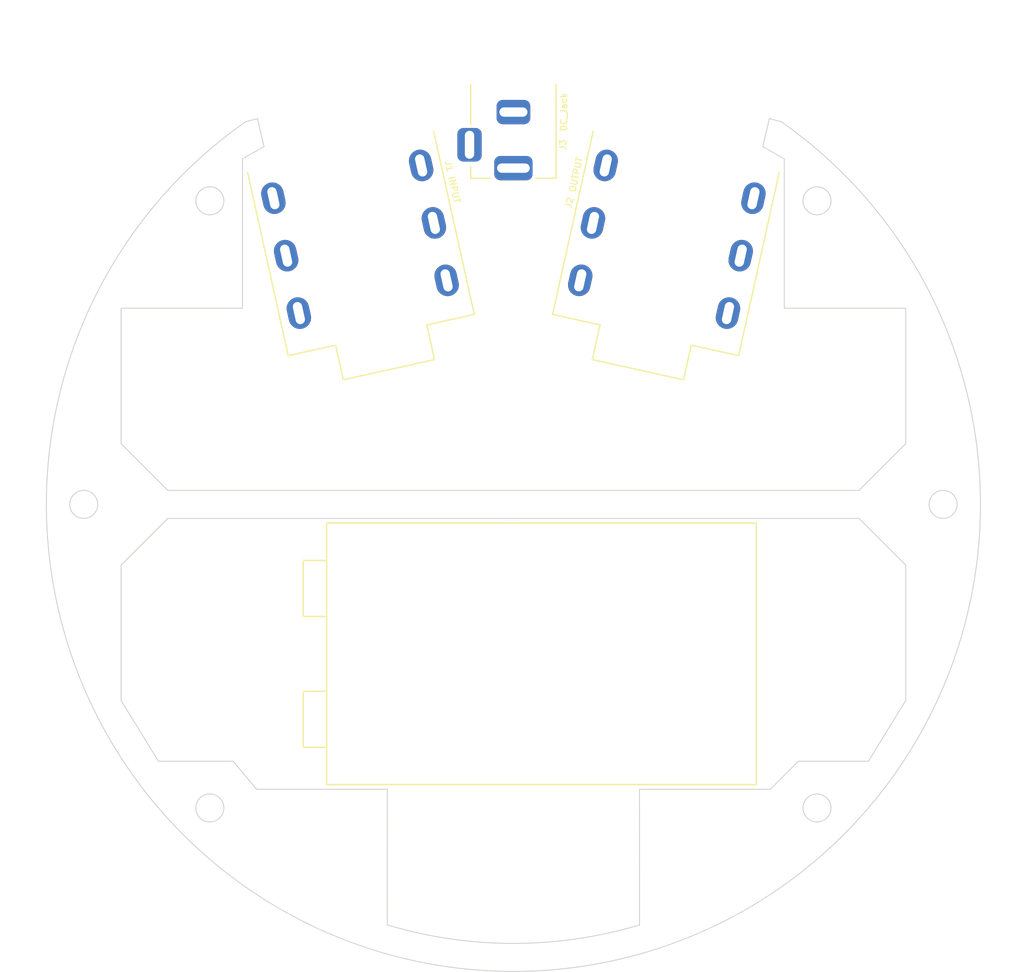
<source format=kicad_pcb>
(kicad_pcb (version 20171130) (host pcbnew "(5.1.6)-1")

  (general
    (thickness 1.6)
    (drawings 124)
    (tracks 0)
    (zones 0)
    (modules 3)
    (nets 12)
  )

  (page A4)
  (layers
    (0 F.Cu signal)
    (31 B.Cu signal)
    (32 B.Adhes user)
    (33 F.Adhes user)
    (34 B.Paste user)
    (35 F.Paste user)
    (36 B.SilkS user)
    (37 F.SilkS user)
    (38 B.Mask user)
    (39 F.Mask user)
    (40 Dwgs.User user)
    (41 Cmts.User user)
    (42 Eco1.User user)
    (43 Eco2.User user)
    (44 Edge.Cuts user)
    (45 Margin user)
    (46 B.CrtYd user)
    (47 F.CrtYd user)
    (48 B.Fab user)
    (49 F.Fab user)
  )

  (setup
    (last_trace_width 0.25)
    (user_trace_width 0.3)
    (user_trace_width 0.4)
    (user_trace_width 0.5)
    (user_trace_width 0.75)
    (user_trace_width 1)
    (user_trace_width 1.5)
    (user_trace_width 2)
    (user_trace_width 0.3)
    (user_trace_width 0.4)
    (user_trace_width 0.5)
    (user_trace_width 0.75)
    (user_trace_width 1)
    (user_trace_width 2)
    (user_trace_width 3)
    (user_trace_width 0.3)
    (user_trace_width 0.4)
    (user_trace_width 0.5)
    (user_trace_width 0.75)
    (user_trace_width 1)
    (user_trace_width 2)
    (user_trace_width 3)
    (user_trace_width 0.3)
    (user_trace_width 0.4)
    (user_trace_width 0.5)
    (user_trace_width 0.75)
    (user_trace_width 1)
    (user_trace_width 2)
    (user_trace_width 3)
    (user_trace_width 0.3)
    (user_trace_width 0.4)
    (user_trace_width 0.5)
    (user_trace_width 0.75)
    (user_trace_width 1)
    (user_trace_width 2)
    (user_trace_width 3)
    (user_trace_width 0.3)
    (user_trace_width 0.4)
    (user_trace_width 0.5)
    (user_trace_width 0.75)
    (user_trace_width 1)
    (user_trace_width 2)
    (user_trace_width 3)
    (user_trace_width 0.3)
    (user_trace_width 0.4)
    (user_trace_width 0.5)
    (user_trace_width 0.75)
    (user_trace_width 1)
    (user_trace_width 2)
    (user_trace_width 3)
    (user_trace_width 0.3)
    (user_trace_width 0.4)
    (user_trace_width 0.5)
    (user_trace_width 0.75)
    (user_trace_width 1)
    (user_trace_width 2)
    (user_trace_width 3)
    (user_trace_width 0.3)
    (user_trace_width 0.4)
    (user_trace_width 0.5)
    (user_trace_width 0.75)
    (user_trace_width 1)
    (user_trace_width 2)
    (user_trace_width 3)
    (user_trace_width 0.3)
    (user_trace_width 0.4)
    (user_trace_width 0.5)
    (user_trace_width 0.75)
    (user_trace_width 1)
    (user_trace_width 2)
    (user_trace_width 3)
    (user_trace_width 0.3)
    (user_trace_width 0.4)
    (user_trace_width 0.5)
    (user_trace_width 0.75)
    (user_trace_width 1)
    (user_trace_width 2)
    (user_trace_width 3)
    (user_trace_width 0.3)
    (user_trace_width 0.4)
    (user_trace_width 0.5)
    (user_trace_width 0.75)
    (user_trace_width 1)
    (user_trace_width 2)
    (user_trace_width 3)
    (user_trace_width 0.3)
    (user_trace_width 0.4)
    (user_trace_width 0.5)
    (user_trace_width 0.75)
    (user_trace_width 1)
    (user_trace_width 2)
    (user_trace_width 3)
    (user_trace_width 0.3)
    (user_trace_width 0.4)
    (user_trace_width 0.5)
    (user_trace_width 0.75)
    (user_trace_width 1)
    (user_trace_width 2)
    (user_trace_width 3)
    (user_trace_width 0.3)
    (user_trace_width 0.4)
    (user_trace_width 0.5)
    (user_trace_width 0.75)
    (user_trace_width 1)
    (user_trace_width 2)
    (user_trace_width 3)
    (user_trace_width 0.3)
    (user_trace_width 0.4)
    (user_trace_width 0.5)
    (user_trace_width 0.75)
    (user_trace_width 1)
    (user_trace_width 2)
    (user_trace_width 3)
    (user_trace_width 0.3)
    (user_trace_width 0.4)
    (user_trace_width 0.5)
    (user_trace_width 0.75)
    (user_trace_width 1)
    (user_trace_width 2)
    (user_trace_width 3)
    (user_trace_width 0.3)
    (user_trace_width 0.4)
    (user_trace_width 0.5)
    (user_trace_width 0.75)
    (user_trace_width 1)
    (user_trace_width 2)
    (user_trace_width 3)
    (user_trace_width 0.3)
    (user_trace_width 0.4)
    (user_trace_width 0.5)
    (user_trace_width 0.75)
    (user_trace_width 1)
    (user_trace_width 2)
    (user_trace_width 3)
    (user_trace_width 0.3)
    (user_trace_width 0.4)
    (user_trace_width 0.5)
    (user_trace_width 0.75)
    (user_trace_width 1)
    (user_trace_width 2)
    (user_trace_width 3)
    (user_trace_width 0.3)
    (user_trace_width 0.4)
    (user_trace_width 0.5)
    (user_trace_width 0.75)
    (user_trace_width 1)
    (user_trace_width 2)
    (user_trace_width 3)
    (user_trace_width 0.3)
    (user_trace_width 0.4)
    (user_trace_width 0.5)
    (user_trace_width 0.75)
    (user_trace_width 1)
    (user_trace_width 2)
    (user_trace_width 3)
    (user_trace_width 0.3)
    (user_trace_width 0.4)
    (user_trace_width 0.5)
    (user_trace_width 0.75)
    (user_trace_width 1)
    (user_trace_width 2)
    (user_trace_width 3)
    (user_trace_width 0.3)
    (user_trace_width 0.4)
    (user_trace_width 0.5)
    (user_trace_width 0.75)
    (user_trace_width 1)
    (user_trace_width 2)
    (user_trace_width 3)
    (user_trace_width 0.3)
    (user_trace_width 0.4)
    (user_trace_width 0.5)
    (user_trace_width 0.75)
    (user_trace_width 1)
    (user_trace_width 2)
    (user_trace_width 3)
    (user_trace_width 0.3)
    (user_trace_width 0.4)
    (user_trace_width 0.5)
    (user_trace_width 0.75)
    (user_trace_width 1)
    (user_trace_width 2)
    (user_trace_width 3)
    (user_trace_width 0.3)
    (user_trace_width 0.4)
    (user_trace_width 0.5)
    (user_trace_width 0.75)
    (user_trace_width 1)
    (user_trace_width 2)
    (user_trace_width 3)
    (user_trace_width 0.3)
    (user_trace_width 0.4)
    (user_trace_width 0.5)
    (user_trace_width 0.75)
    (user_trace_width 1)
    (user_trace_width 2)
    (user_trace_width 3)
    (user_trace_width 0.3)
    (user_trace_width 0.4)
    (user_trace_width 0.5)
    (user_trace_width 0.75)
    (user_trace_width 1)
    (user_trace_width 2)
    (user_trace_width 3)
    (trace_clearance 0.2)
    (zone_clearance 0.5)
    (zone_45_only yes)
    (trace_min 0.16)
    (via_size 0.8)
    (via_drill 0.4)
    (via_min_size 0.4)
    (via_min_drill 0.3)
    (user_via 0.65 0.3)
    (user_via 0.65 0.3)
    (user_via 0.65 0.3)
    (user_via 0.65 0.3)
    (user_via 0.65 0.3)
    (user_via 0.65 0.3)
    (user_via 0.65 0.3)
    (user_via 0.65 0.3)
    (user_via 0.65 0.3)
    (user_via 0.65 0.3)
    (user_via 0.65 0.3)
    (user_via 0.65 0.3)
    (user_via 0.65 0.3)
    (user_via 0.65 0.3)
    (user_via 0.65 0.3)
    (user_via 0.65 0.3)
    (user_via 0.65 0.3)
    (user_via 0.65 0.3)
    (user_via 0.65 0.3)
    (user_via 0.65 0.3)
    (user_via 0.65 0.3)
    (user_via 0.65 0.3)
    (user_via 0.65 0.3)
    (user_via 0.65 0.3)
    (user_via 0.65 0.3)
    (user_via 0.65 0.3)
    (user_via 0.65 0.3)
    (user_via 0.65 0.3)
    (uvia_size 0.3)
    (uvia_drill 0.1)
    (uvias_allowed no)
    (uvia_min_size 0.2)
    (uvia_min_drill 0.1)
    (edge_width 0.1)
    (segment_width 0.2)
    (pcb_text_width 0.3)
    (pcb_text_size 1.5 1.5)
    (mod_edge_width 0.15)
    (mod_text_size 1 1)
    (mod_text_width 0.15)
    (pad_size 5.5 5.5)
    (pad_drill 3.2)
    (pad_to_mask_clearance 0.05)
    (aux_axis_origin 100 50)
    (grid_origin 100 50)
    (visible_elements 7FFFFFFF)
    (pcbplotparams
      (layerselection 0x01000_7ffffffe)
      (usegerberextensions false)
      (usegerberattributes false)
      (usegerberadvancedattributes false)
      (creategerberjobfile false)
      (excludeedgelayer true)
      (linewidth 0.100000)
      (plotframeref false)
      (viasonmask false)
      (mode 1)
      (useauxorigin true)
      (hpglpennumber 1)
      (hpglpenspeed 20)
      (hpglpendiameter 15.000000)
      (psnegative false)
      (psa4output false)
      (plotreference true)
      (plotvalue true)
      (plotinvisibletext false)
      (padsonsilk false)
      (subtractmaskfromsilk true)
      (outputformat 3)
      (mirror false)
      (drillshape 0)
      (scaleselection 1)
      (outputdirectory "5_6_frame_Acryl3mm/"))
  )

  (net 0 "")
  (net 1 "Net-(BT1-Pad1)")
  (net 2 /BATT-)
  (net 3 GND)
  (net 4 +9V)
  (net 5 "Net-(J1-PadT)")
  (net 6 "Net-(J1-PadRN)")
  (net 7 "Net-(J2-PadSN)")
  (net 8 "Net-(J2-PadRN)")
  (net 9 "Net-(J2-PadR)")
  (net 10 "Net-(J2-PadT)")
  (net 11 "Net-(J2-PadTN)")

  (net_class Default "これはデフォルトのネット クラスです。"
    (clearance 0.2)
    (trace_width 0.25)
    (via_dia 0.8)
    (via_drill 0.4)
    (uvia_dia 0.3)
    (uvia_drill 0.1)
    (add_net +9V)
    (add_net /BATT-)
    (add_net GND)
    (add_net "Net-(BT1-Pad1)")
    (add_net "Net-(J1-PadRN)")
    (add_net "Net-(J1-PadT)")
    (add_net "Net-(J2-PadR)")
    (add_net "Net-(J2-PadRN)")
    (add_net "Net-(J2-PadSN)")
    (add_net "Net-(J2-PadT)")
    (add_net "Net-(J2-PadTN)")
  )

  (module myFoot:my_Phone_Jack_Daier locked (layer F.Cu) (tedit 5F1C2CA9) (tstamp 5F1C8B7C)
    (at 131 60 282.5)
    (descr "DC Barrel Jack")
    (tags "Power Jack")
    (path /5F23BE2D)
    (fp_text reference J1 (at 6.328844 -10.990711 102.5) (layer F.SilkS)
      (effects (font (size 0.67 0.67) (thickness 0.127)))
    )
    (fp_text value INPUT (at 8.9 -11 102.5) (layer F.SilkS)
      (effects (font (size 0.67 0.67) (thickness 0.127)))
    )
    (fp_line (start 2.3 -10.2) (end 22.4 -10.2) (layer F.SilkS) (width 0.15))
    (fp_line (start 26.2 -5) (end 26.2 0) (layer F.SilkS) (width 0.15))
    (fp_line (start 26.2 0) (end 26.2 5) (layer F.SilkS) (width 0.15))
    (fp_line (start 22.4 10.2) (end 2.3 10.2) (layer F.SilkS) (width 0.15))
    (fp_line (start 26.2 -5) (end 22.4 -5) (layer F.SilkS) (width 0.15))
    (fp_line (start 22.4 -5) (end 22.4 -10.2) (layer F.SilkS) (width 0.15))
    (fp_line (start 26.2 5) (end 22.4 5) (layer F.SilkS) (width 0.15))
    (fp_line (start 22.4 5) (end 22.4 10.2) (layer F.SilkS) (width 0.15))
    (fp_line (start 1.4 5.5) (end -7.2 5.5) (layer F.Fab) (width 0.12))
    (fp_line (start -7.2 5.5) (end -7.2 -5.5) (layer F.Fab) (width 0.12))
    (fp_line (start -7.2 -5.5) (end 1.4 -5.5) (layer F.Fab) (width 0.12))
    (fp_line (start 0 7.9) (end 0 -7.9) (layer F.Fab) (width 0.12))
    (fp_line (start 1.4 -10.2) (end 2.1 -10.2) (layer F.Fab) (width 0.12))
    (fp_line (start 2.1 10.2) (end 1.4 10.2) (layer F.Fab) (width 0.12))
    (fp_line (start 1.4 0) (end 1.4 -10.2) (layer F.Fab) (width 0.12))
    (fp_line (start 1.4 -7.9) (end 0 -7.9) (layer F.Fab) (width 0.12))
    (fp_line (start 1.4 10.2) (end 1.4 0) (layer F.Fab) (width 0.12))
    (fp_line (start -3 7.9) (end 1.4 7.9) (layer F.Fab) (width 0.12))
    (fp_line (start -1 -7.9) (end -1 -7.4) (layer F.Fab) (width 0.12))
    (fp_line (start -3 -7.9) (end 0 -7.9) (layer F.Fab) (width 0.12))
    (fp_line (start -2 -7.4) (end -2 -7.9) (layer F.Fab) (width 0.12))
    (fp_line (start -3 -7.9) (end -3 7.9) (layer F.Fab) (width 0.12))
    (fp_line (start -2 7.9) (end -2 7.4) (layer F.Fab) (width 0.12))
    (fp_line (start -1 7.4) (end -1 7.9) (layer F.Fab) (width 0.12))
    (pad TN thru_hole oval (at 18.2 -8.1 282.5) (size 3.4 2.4) (drill oval 2.4 1) (layers *.Cu *.Mask)
      (net 3 GND))
    (pad T thru_hole oval (at 18.2 8.1 282.5) (size 3.4 2.4) (drill oval 2.4 1) (layers *.Cu *.Mask)
      (net 5 "Net-(J1-PadT)"))
    (pad R thru_hole oval (at 11.9 8.1 282.5) (size 3.4 2.4) (drill oval 2.4 1) (layers *.Cu *.Mask)
      (net 2 /BATT-))
    (pad S thru_hole oval (at 5.6 8.1 282.5) (size 3.4 2.4) (drill oval 2.4 1) (layers *.Cu *.Mask)
      (net 3 GND))
    (pad RN thru_hole oval (at 11.9 -8.1 282.5) (size 3.4 2.4) (drill oval 2.4 1) (layers *.Cu *.Mask)
      (net 6 "Net-(J1-PadRN)"))
    (pad SN thru_hole oval (at 5.6 -8.1 282.5) (size 3.4 2.4) (drill oval 2.4 1) (layers *.Cu *.Mask)
      (net 3 GND))
    (model ${KISYS3DMOD}/Connector_BarrelJack.3dshapes/BarrelJack_Horizontal.wrl
      (at (xyz 0 0 0))
      (scale (xyz 1 1 1))
      (rotate (xyz 0 0 0))
    )
  )

  (module myFoot:my_DC_Jack locked (layer F.Cu) (tedit 5EF2A8E3) (tstamp 5F0E0A8C)
    (at 150 50.5 270)
    (descr "DC Barrel Jack")
    (tags "Power Jack")
    (path /5F23AB58)
    (fp_text reference J3 (at 11 -5.3 90) (layer F.SilkS)
      (effects (font (size 0.67 0.67) (thickness 0.127)))
    )
    (fp_text value DC_Jack (at 7.5 -5.4 90) (layer F.SilkS)
      (effects (font (size 0.67 0.67) (thickness 0.127)))
    )
    (fp_line (start 8.8 4.572) (end 4.54 4.572) (layer F.SilkS) (width 0.15))
    (fp_line (start 14.589 4.572) (end 13.3 4.572) (layer F.SilkS) (width 0.15))
    (fp_line (start 14.589 2.4) (end 14.589 4.572) (layer F.SilkS) (width 0.15))
    (fp_line (start 14.589 -4.572) (end 14.589 -2.4) (layer F.SilkS) (width 0.15))
    (fp_line (start 4.54 -4.572) (end 14.589 -4.572) (layer F.SilkS) (width 0.15))
    (fp_line (start 14.5 -4.5) (end 0 -4.5) (layer F.Fab) (width 0.1))
    (fp_line (start 14.5 4.55) (end 14.5 -4.5) (layer F.Fab) (width 0.1))
    (fp_line (start 0 4.5) (end 14.5 4.55) (layer F.Fab) (width 0.1))
    (fp_line (start 0 -4.5) (end 0 4.5) (layer F.Fab) (width 0.1))
    (fp_line (start 3.5 -4.5) (end 3.5 4.5) (layer F.Fab) (width 0.1))
    (fp_line (start -0.3 4.75) (end -0.3 -4.75) (layer F.CrtYd) (width 0.05))
    (fp_line (start 8.8 4.75) (end -0.3 4.75) (layer F.CrtYd) (width 0.05))
    (fp_line (start 8.8 6.3) (end 8.8 4.75) (layer F.CrtYd) (width 0.05))
    (fp_line (start 13.2 6.3) (end 8.8 6.3) (layer F.CrtYd) (width 0.05))
    (fp_line (start 13.2 4.75) (end 13.2 6.3) (layer F.CrtYd) (width 0.05))
    (fp_line (start 14.7 4.75) (end 13.2 4.75) (layer F.CrtYd) (width 0.05))
    (fp_line (start 14.7 2) (end 14.7 4.75) (layer F.CrtYd) (width 0.05))
    (fp_line (start 15 2) (end 14.7 2) (layer F.CrtYd) (width 0.05))
    (fp_line (start 15 -2) (end 15 2) (layer F.CrtYd) (width 0.05))
    (fp_line (start 14.7 -2) (end 15 -2) (layer F.CrtYd) (width 0.05))
    (fp_line (start 14.7 -4.5) (end 14.7 -2) (layer F.CrtYd) (width 0.05))
    (fp_line (start 14.7 -4.75) (end -0.3 -4.75) (layer F.CrtYd) (width 0.05))
    (fp_line (start 14.7 -4.5) (end 14.7 -4.75) (layer F.CrtYd) (width 0.05))
    (pad 3 thru_hole roundrect (at 11 4.7 270) (size 3.6 2.6) (drill oval 3 1) (layers *.Cu *.Mask) (roundrect_rratio 0.25)
      (net 1 "Net-(BT1-Pad1)"))
    (pad 2 thru_hole roundrect (at 7.5 0 270) (size 2.6 3.6) (drill oval 1 3) (layers *.Cu *.Mask) (roundrect_rratio 0.25)
      (net 4 +9V))
    (pad 1 thru_hole roundrect (at 13.5 0 270) (size 2.6 4.1) (drill oval 1 3.5) (layers *.Cu *.Mask) (roundrect_rratio 0.25)
      (net 3 GND))
    (model ${KISYS3DMOD}/Connector_BarrelJack.3dshapes/BarrelJack_Horizontal.wrl
      (at (xyz 0 0 0))
      (scale (xyz 1 1 1))
      (rotate (xyz 0 0 0))
    )
  )

  (module myFoot:my_Phone_Jack_Daier locked (layer F.Cu) (tedit 5F1C2CA9) (tstamp 5F1C8B9D)
    (at 169 60 257.5)
    (descr "DC Barrel Jack")
    (tags "Power Jack")
    (path /5F23D38A)
    (fp_text reference J2 (at 10.331194 11.025263 77.5) (layer F.SilkS)
      (effects (font (size 0.67 0.67) (thickness 0.127)))
    )
    (fp_text value OUTPUT (at 7.250798 10.991175 77.5) (layer F.SilkS)
      (effects (font (size 0.67 0.67) (thickness 0.127)))
    )
    (fp_line (start 2.3 -10.2) (end 22.4 -10.2) (layer F.SilkS) (width 0.15))
    (fp_line (start 26.2 -5) (end 26.2 0) (layer F.SilkS) (width 0.15))
    (fp_line (start 26.2 0) (end 26.2 5) (layer F.SilkS) (width 0.15))
    (fp_line (start 22.4 10.2) (end 2.3 10.2) (layer F.SilkS) (width 0.15))
    (fp_line (start 26.2 -5) (end 22.4 -5) (layer F.SilkS) (width 0.15))
    (fp_line (start 22.4 -5) (end 22.4 -10.2) (layer F.SilkS) (width 0.15))
    (fp_line (start 26.2 5) (end 22.4 5) (layer F.SilkS) (width 0.15))
    (fp_line (start 22.4 5) (end 22.4 10.2) (layer F.SilkS) (width 0.15))
    (fp_line (start 1.4 5.5) (end -7.2 5.5) (layer F.Fab) (width 0.12))
    (fp_line (start -7.2 5.5) (end -7.2 -5.5) (layer F.Fab) (width 0.12))
    (fp_line (start -7.2 -5.5) (end 1.4 -5.5) (layer F.Fab) (width 0.12))
    (fp_line (start 0 7.9) (end 0 -7.9) (layer F.Fab) (width 0.12))
    (fp_line (start 1.4 -10.2) (end 2.1 -10.2) (layer F.Fab) (width 0.12))
    (fp_line (start 2.1 10.2) (end 1.4 10.2) (layer F.Fab) (width 0.12))
    (fp_line (start 1.4 0) (end 1.4 -10.2) (layer F.Fab) (width 0.12))
    (fp_line (start 1.4 -7.9) (end 0 -7.9) (layer F.Fab) (width 0.12))
    (fp_line (start 1.4 10.2) (end 1.4 0) (layer F.Fab) (width 0.12))
    (fp_line (start -3 7.9) (end 1.4 7.9) (layer F.Fab) (width 0.12))
    (fp_line (start -1 -7.9) (end -1 -7.4) (layer F.Fab) (width 0.12))
    (fp_line (start -3 -7.9) (end 0 -7.9) (layer F.Fab) (width 0.12))
    (fp_line (start -2 -7.4) (end -2 -7.9) (layer F.Fab) (width 0.12))
    (fp_line (start -3 -7.9) (end -3 7.9) (layer F.Fab) (width 0.12))
    (fp_line (start -2 7.9) (end -2 7.4) (layer F.Fab) (width 0.12))
    (fp_line (start -1 7.4) (end -1 7.9) (layer F.Fab) (width 0.12))
    (pad TN thru_hole oval (at 18.2 -8.1 257.5) (size 3.4 2.4) (drill oval 2.4 1) (layers *.Cu *.Mask)
      (net 11 "Net-(J2-PadTN)"))
    (pad T thru_hole oval (at 18.2 8.1 257.5) (size 3.4 2.4) (drill oval 2.4 1) (layers *.Cu *.Mask)
      (net 10 "Net-(J2-PadT)"))
    (pad R thru_hole oval (at 11.9 8.1 257.5) (size 3.4 2.4) (drill oval 2.4 1) (layers *.Cu *.Mask)
      (net 9 "Net-(J2-PadR)"))
    (pad S thru_hole oval (at 5.6 8.1 257.5) (size 3.4 2.4) (drill oval 2.4 1) (layers *.Cu *.Mask)
      (net 3 GND))
    (pad RN thru_hole oval (at 11.9 -8.1 257.5) (size 3.4 2.4) (drill oval 2.4 1) (layers *.Cu *.Mask)
      (net 8 "Net-(J2-PadRN)"))
    (pad SN thru_hole oval (at 5.6 -8.1 257.5) (size 3.4 2.4) (drill oval 2.4 1) (layers *.Cu *.Mask)
      (net 7 "Net-(J2-PadSN)"))
    (model ${KISYS3DMOD}/Connector_BarrelJack.3dshapes/BarrelJack_Horizontal.wrl
      (at (xyz 0 0 0))
      (scale (xyz 1 1 1))
      (rotate (xyz 0 0 0))
    )
  )

  (dimension 91.3 (width 0.15) (layer Cmts.User)
    (gr_text "91.300 mm" (at 203.3 104.35 270) (layer Cmts.User)
      (effects (font (size 1 1) (thickness 0.15)))
    )
    (feature1 (pts (xy 100 150) (xy 202.586421 150)))
    (feature2 (pts (xy 100 58.7) (xy 202.586421 58.7)))
    (crossbar (pts (xy 202 58.7) (xy 202 150)))
    (arrow1a (pts (xy 202 150) (xy 201.413579 148.873496)))
    (arrow1b (pts (xy 202 150) (xy 202.586421 148.873496)))
    (arrow2a (pts (xy 202 58.7) (xy 201.413579 59.826504)))
    (arrow2b (pts (xy 202 58.7) (xy 202.586421 59.826504)))
  )
  (gr_line (start 177.4 58.7) (end 200 58.7) (layer Dwgs.User) (width 0.15))
  (gr_line (start 122.6 58.7) (end 177.4 58.7) (layer Dwgs.User) (width 0.15) (tstamp 5F6B40B0))
  (gr_line (start 122.6 58.7) (end 100 58.7) (layer Dwgs.User) (width 0.15))
  (dimension 100 (width 0.15) (layer Cmts.User)
    (gr_text "100.000 mm" (at 150 46.7) (layer Cmts.User)
      (effects (font (size 1 1) (thickness 0.15)))
    )
    (feature1 (pts (xy 200 150) (xy 200 47.413579)))
    (feature2 (pts (xy 100 150) (xy 100 47.413579)))
    (crossbar (pts (xy 100 48) (xy 200 48)))
    (arrow1a (pts (xy 200 48) (xy 198.873496 48.586421)))
    (arrow1b (pts (xy 200 48) (xy 198.873496 47.413579)))
    (arrow2a (pts (xy 100 48) (xy 101.126504 48.586421)))
    (arrow2b (pts (xy 100 48) (xy 101.126504 47.413579)))
  )
  (gr_line (start 136.5 130.5) (end 136.49465 145.017833) (layer Edge.Cuts) (width 0.1) (tstamp 5F3F10F5))
  (gr_line (start 122.5 130.5) (end 136.5 130.5) (layer Edge.Cuts) (width 0.1))
  (gr_line (start 120 127.5) (end 122.5 130.5) (layer Edge.Cuts) (width 0.1))
  (gr_line (start 112 127.5) (end 120 127.5) (layer Edge.Cuts) (width 0.1))
  (gr_line (start 108 121) (end 112 127.5) (layer Edge.Cuts) (width 0.1))
  (gr_line (start 108 106.5) (end 108 121) (layer Edge.Cuts) (width 0.1))
  (gr_line (start 113 101.5) (end 108 106.5) (layer Edge.Cuts) (width 0.1))
  (gr_line (start 187 101.5) (end 113 101.5) (layer Edge.Cuts) (width 0.1))
  (gr_line (start 192 106.5) (end 187 101.5) (layer Edge.Cuts) (width 0.1))
  (gr_line (start 192 121) (end 192 106.5) (layer Edge.Cuts) (width 0.1))
  (gr_line (start 188 127.5) (end 192 121) (layer Edge.Cuts) (width 0.1))
  (gr_line (start 180.5 127.5) (end 188 127.5) (layer Edge.Cuts) (width 0.1))
  (gr_line (start 177.5 130.5) (end 180.5 127.5) (layer Edge.Cuts) (width 0.1))
  (gr_line (start 163.5 130.5) (end 177.5 130.5) (layer Edge.Cuts) (width 0.1))
  (gr_line (start 163.505351 145.017835) (end 163.5 130.5) (layer Edge.Cuts) (width 0.1))
  (gr_arc (start 150 100) (end 136.49465 145.017833) (angle -16.69924517) (layer Edge.Cuts) (width 0.1))
  (gr_arc (start 150 100) (end 150 147) (angle -16.69924423) (layer Edge.Cuts) (width 0.1))
  (gr_line (start 177.4 58.7) (end 178.673117 59.038405) (layer Edge.Cuts) (width 0.1) (tstamp 5F3F106E))
  (gr_line (start 176.7 61.7) (end 177.4 58.7) (layer Edge.Cuts) (width 0.1))
  (gr_line (start 179 63) (end 176.7 61.7) (layer Edge.Cuts) (width 0.1))
  (gr_line (start 179 79) (end 179 63) (layer Edge.Cuts) (width 0.1))
  (gr_line (start 192 79) (end 179 79) (layer Edge.Cuts) (width 0.1))
  (gr_line (start 192 93.5) (end 192 79) (layer Edge.Cuts) (width 0.1))
  (gr_line (start 187 98.5) (end 192 93.5) (layer Edge.Cuts) (width 0.1))
  (gr_line (start 113 98.5) (end 187 98.5) (layer Edge.Cuts) (width 0.1))
  (gr_line (start 108 93.5) (end 113 98.5) (layer Edge.Cuts) (width 0.1))
  (gr_line (start 108 79) (end 108 93.5) (layer Edge.Cuts) (width 0.1))
  (gr_line (start 121 79) (end 108 79) (layer Edge.Cuts) (width 0.1))
  (gr_line (start 121 63) (end 121 79) (layer Edge.Cuts) (width 0.1))
  (gr_line (start 123.3 61.7) (end 121 63) (layer Edge.Cuts) (width 0.1))
  (gr_line (start 122.6 58.7) (end 123.3 61.7) (layer Edge.Cuts) (width 0.1))
  (gr_line (start 121.326884 59.038405) (end 122.6 58.7) (layer Edge.Cuts) (width 0.1))
  (gr_arc (start 150 100) (end 121.326884 59.038405) (angle -290.0159598) (layer Edge.Cuts) (width 0.1))
  (gr_circle (center 196 100) (end 197.5 100) (layer Edge.Cuts) (width 0.1))
  (gr_circle (center 104 100) (end 105.5 100) (layer Edge.Cuts) (width 0.1))
  (gr_circle (center 117.5 132.5) (end 119 132.5) (layer Edge.Cuts) (width 0.1))
  (gr_circle (center 182.5 132.5) (end 184 132.5) (layer Edge.Cuts) (width 0.1))
  (gr_circle (center 182.5 67.5) (end 181 67.5) (layer Edge.Cuts) (width 0.1))
  (gr_circle (center 117.5 67.5) (end 119 67.5) (layer Edge.Cuts) (width 0.1))
  (gr_line (start 163.505351 145.017835) (end 163.5 130.5) (layer Dwgs.User) (width 0.15))
  (gr_line (start 136.49465 145.017833) (end 136.5 130.5) (layer Dwgs.User) (width 0.15))
  (gr_arc (start 150 100) (end 136.49465 145.017833) (angle -16.69924517) (layer Dwgs.User) (width 0.15))
  (gr_arc (start 150 100) (end 163.50535 145.017834) (angle -326.6015109) (layer Dwgs.User) (width 0.15))
  (gr_arc (start 150 100) (end 150 147) (angle -16.69924423) (layer Dwgs.User) (width 0.15))
  (dimension 12 (width 0.15) (layer Dwgs.User)
    (gr_text "12.000 mm" (at 134.2 139 270) (layer Dwgs.User)
      (effects (font (size 1 1) (thickness 0.15)))
    )
    (feature1 (pts (xy 137 145) (xy 134.913579 145)))
    (feature2 (pts (xy 137 133) (xy 134.913579 133)))
    (crossbar (pts (xy 135.5 133) (xy 135.5 145)))
    (arrow1a (pts (xy 135.5 145) (xy 134.913579 143.873496)))
    (arrow1b (pts (xy 135.5 145) (xy 136.086421 143.873496)))
    (arrow2a (pts (xy 135.5 133) (xy 134.913579 134.126504)))
    (arrow2b (pts (xy 135.5 133) (xy 136.086421 134.126504)))
  )
  (dimension 26 (width 0.15) (layer Dwgs.User)
    (gr_text "26.000 mm" (at 150 130.7) (layer Dwgs.User)
      (effects (font (size 1 1) (thickness 0.15)))
    )
    (feature1 (pts (xy 163 133) (xy 163 131.413579)))
    (feature2 (pts (xy 137 133) (xy 137 131.413579)))
    (crossbar (pts (xy 137 132) (xy 163 132)))
    (arrow1a (pts (xy 163 132) (xy 161.873496 132.586421)))
    (arrow1b (pts (xy 163 132) (xy 161.873496 131.413579)))
    (arrow2a (pts (xy 137 132) (xy 138.126504 132.586421)))
    (arrow2b (pts (xy 137 132) (xy 138.126504 131.413579)))
  )
  (gr_line (start 187 101.5) (end 192 106.5) (layer Dwgs.User) (width 0.15))
  (gr_line (start 192 93.5) (end 187 98.5) (layer Dwgs.User) (width 0.15))
  (gr_line (start 113 101.5) (end 108 106.5) (layer Dwgs.User) (width 0.15))
  (gr_line (start 113 98.5) (end 108 93.5) (layer Dwgs.User) (width 0.15))
  (gr_line (start 150 55.8) (end 176.7 61.7) (layer Dwgs.User) (width 0.15) (tstamp 5F3E73D4))
  (gr_line (start 123.3 61.7) (end 150 55.8) (layer Dwgs.User) (width 0.15))
  (gr_line (start 122.6 58.7) (end 121.326884 59.038405) (layer Dwgs.User) (width 0.15) (tstamp 5F3E737E))
  (gr_line (start 177.4 58.7) (end 178.684525 59.046394) (layer Dwgs.User) (width 0.15) (tstamp 5F3E7372))
  (gr_arc (start 150 100) (end 178.684525 59.046394) (angle -35.00798005) (layer Dwgs.User) (width 0.15))
  (gr_arc (start 150 100) (end 121.326884 59.038405) (angle -290) (layer Dwgs.User) (width 0.15))
  (gr_arc (start 150 100) (end 150 50) (angle -34.9920202) (layer Dwgs.User) (width 0.15))
  (gr_line (start 176.7 61.7) (end 177.4 58.7) (layer Dwgs.User) (width 0.15))
  (gr_line (start 176.7 61.7) (end 179 63) (layer Dwgs.User) (width 0.15) (tstamp 5F3E7275))
  (gr_line (start 123.3 61.7) (end 122.6 58.7) (layer Dwgs.User) (width 0.15))
  (gr_line (start 121 63) (end 123.3 61.7) (layer Dwgs.User) (width 0.15))
  (gr_line (start 144 145) (end 143.979203 139) (layer Dwgs.User) (width 0.15) (tstamp 5F3E40FB))
  (gr_line (start 163 145) (end 137 145) (layer Dwgs.User) (width 0.15))
  (gr_line (start 156 133) (end 156 145) (layer Dwgs.User) (width 0.15))
  (gr_line (start 137 133) (end 163 133) (layer Dwgs.User) (width 0.15))
  (gr_line (start 144 139) (end 144 133) (layer Dwgs.User) (width 0.15))
  (gr_line (start 179 79) (end 179 63) (layer Dwgs.User) (width 0.15))
  (gr_line (start 192 79) (end 179 79) (layer Dwgs.User) (width 0.15))
  (gr_line (start 121 79) (end 121 63) (layer Dwgs.User) (width 0.15))
  (gr_line (start 108 79) (end 121 79) (layer Dwgs.User) (width 0.15))
  (gr_line (start 188 127.5) (end 192 121) (layer Dwgs.User) (width 0.15) (tstamp 5F3E3CBA))
  (gr_line (start 186 127.5) (end 188 127.5) (layer Dwgs.User) (width 0.15))
  (gr_line (start 112 127.5) (end 108 121) (layer Dwgs.User) (width 0.15) (tstamp 5F3E3C5C))
  (gr_line (start 114.5 127.5) (end 112 127.5) (layer Dwgs.User) (width 0.15))
  (gr_line (start 180.5 127.5) (end 186 127.5) (layer Dwgs.User) (width 0.15))
  (gr_line (start 177.5 130.5) (end 180.5 127.5) (layer Dwgs.User) (width 0.15))
  (gr_line (start 120 127.5) (end 119.5 127.5) (layer Dwgs.User) (width 0.15) (tstamp 5F3E3B7B))
  (gr_line (start 122.5 130.5) (end 120 127.5) (layer Dwgs.User) (width 0.15))
  (gr_line (start 114.5 127.5) (end 119.5 127.5) (layer Dwgs.User) (width 0.15))
  (gr_circle (center 181 116) (end 184.5 116) (layer Dwgs.User) (width 0.15) (tstamp 5F3E3782))
  (gr_circle (center 119 116) (end 122.5 116) (layer Dwgs.User) (width 0.15))
  (gr_line (start 137 145) (end 137 139) (layer Dwgs.User) (width 0.15) (tstamp 5F159A95))
  (gr_line (start 163 133) (end 163 145) (layer Dwgs.User) (width 0.15))
  (gr_line (start 137 139) (end 137 133) (layer Dwgs.User) (width 0.15))
  (gr_line (start 130 126) (end 127.5 126) (layer F.SilkS) (width 0.15))
  (gr_line (start 127.5 126) (end 127.5 120) (layer F.SilkS) (width 0.15))
  (gr_line (start 127.5 120) (end 130 120) (layer F.SilkS) (width 0.15))
  (gr_line (start 127.5 112) (end 130 112) (layer F.SilkS) (width 0.15))
  (gr_line (start 127.5 106) (end 127.5 112) (layer F.SilkS) (width 0.15))
  (gr_line (start 130 106) (end 127.5 106) (layer F.SilkS) (width 0.15))
  (gr_line (start 130 102) (end 150 102) (layer F.SilkS) (width 0.15) (tstamp 5F0FD6F4))
  (gr_line (start 130 130) (end 130 102) (layer F.SilkS) (width 0.15))
  (gr_line (start 176 130) (end 130 130) (layer F.SilkS) (width 0.15))
  (gr_line (start 176 102) (end 176 130) (layer F.SilkS) (width 0.15))
  (gr_line (start 150 102) (end 176 102) (layer F.SilkS) (width 0.15))
  (gr_circle (center 117.5 105.5) (end 114 105.5) (layer Dwgs.User) (width 0.15))
  (gr_circle (center 182.5 105.5) (end 179 105.5) (layer Dwgs.User) (width 0.15))
  (gr_line (start 192 93.5) (end 192 79) (layer Dwgs.User) (width 0.15))
  (gr_line (start 108 106.5) (end 108 121) (layer Dwgs.User) (width 0.15))
  (gr_line (start 122 101.5) (end 113 101.5) (layer Dwgs.User) (width 0.15))
  (gr_line (start 108 93.5) (end 108 79) (layer Dwgs.User) (width 0.15))
  (gr_line (start 187 98.5) (end 113 98.5) (layer Dwgs.User) (width 0.15))
  (gr_line (start 192 106.5) (end 192 121) (layer Dwgs.User) (width 0.15))
  (gr_line (start 178 101.5) (end 187 101.5) (layer Dwgs.User) (width 0.15))
  (gr_line (start 150 100) (end 185.5 135.5) (layer Dwgs.User) (width 0.15))
  (gr_line (start 150 100) (end 114.5 135.5) (layer Dwgs.User) (width 0.15))
  (gr_line (start 150 100) (end 185.5 64.5) (layer Dwgs.User) (width 0.15))
  (gr_line (start 150 100) (end 114.5 64.5) (layer Dwgs.User) (width 0.15))
  (gr_circle (center 185 82.5) (end 194 82.5) (layer Dwgs.User) (width 0.15))
  (gr_circle (center 115 82.5) (end 124 82.5) (layer Dwgs.User) (width 0.15))
  (gr_line (start 122.5 101.5) (end 122.5 130.5) (layer Dwgs.User) (width 0.15) (tstamp 5F0F0053))
  (gr_line (start 177.5 130.5) (end 177.5 101.5) (layer Dwgs.User) (width 0.15) (tstamp 5F0F0052))
  (gr_line (start 177.5 130.5) (end 122.5 130.5) (layer Dwgs.User) (width 0.15) (tstamp 5F0F0050))
  (gr_line (start 122 101.5) (end 178 101.5) (layer Dwgs.User) (width 0.15) (tstamp 5F0F004F))
  (gr_circle (center 150 139) (end 149.5 145) (layer Dwgs.User) (width 0.15))
  (gr_line (start 150 50) (end 150 150) (layer Dwgs.User) (width 0.15) (tstamp 5F0E176A))
  (gr_line (start 100 100) (end 200 100) (layer Dwgs.User) (width 0.15) (tstamp 5F0E1769))
  (dimension 100 (width 0.15) (layer Dwgs.User)
    (gr_text "100.000 mm" (at 150 48.7) (layer Dwgs.User)
      (effects (font (size 1 1) (thickness 0.15)))
    )
    (feature1 (pts (xy 200 100) (xy 200 49.413579)))
    (feature2 (pts (xy 100 100) (xy 100 49.413579)))
    (crossbar (pts (xy 100 50) (xy 200 50)))
    (arrow1a (pts (xy 200 50) (xy 198.873496 50.586421)))
    (arrow1b (pts (xy 200 50) (xy 198.873496 49.413579)))
    (arrow2a (pts (xy 100 50) (xy 101.126504 50.586421)))
    (arrow2b (pts (xy 100 50) (xy 101.126504 49.413579)))
  )
  (dimension 100 (width 0.15) (layer Dwgs.User)
    (gr_text "100.000 mm" (at 98.7 100 90) (layer Dwgs.User)
      (effects (font (size 1 1) (thickness 0.15)))
    )
    (feature1 (pts (xy 150 50) (xy 99.413579 50)))
    (feature2 (pts (xy 150 150) (xy 99.413579 150)))
    (crossbar (pts (xy 100 150) (xy 100 50)))
    (arrow1a (pts (xy 100 50) (xy 100.586421 51.126504)))
    (arrow1b (pts (xy 100 50) (xy 99.413579 51.126504)))
    (arrow2a (pts (xy 100 150) (xy 100.586421 148.873496)))
    (arrow2b (pts (xy 100 150) (xy 99.413579 148.873496)))
  )

)

</source>
